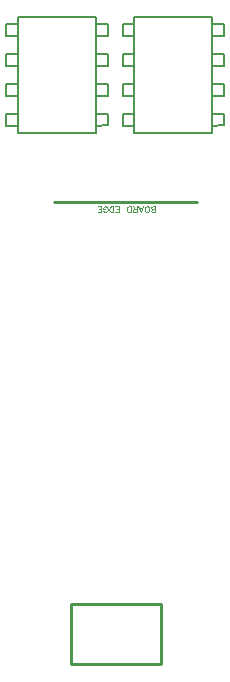
<source format=gbr>
G04 DipTrace 3.3.1.3*
G04 TopAssy.gbr*
%MOIN*%
G04 #@! TF.FileFunction,Drawing,Top*
G04 #@! TF.Part,Single*
%ADD10C,0.009843*%
%ADD22C,0.006*%
%ADD54C,0.003088*%
%FSLAX26Y26*%
G04*
G70*
G90*
G75*
G01*
G04 TopAssy*
%LPD*%
X1226822Y1921356D2*
D10*
X748081D1*
X1016896Y2476128D2*
D22*
Y2516118D1*
X977892D1*
Y2476128D1*
X1016896D1*
Y2376116D2*
Y2416105D1*
X977892D1*
Y2376116D1*
X1016896D1*
Y2276142D2*
Y2316131D1*
X977892D1*
Y2276142D1*
X1016896D1*
Y2176129D2*
Y2216119D1*
X977892Y2215115D1*
Y2176129D1*
X1016896D1*
X1276881Y2216119D2*
Y2176129D1*
X1315885Y2177133D1*
Y2216119D1*
X1276881D1*
Y2316131D2*
Y2276142D1*
X1315885Y2277107D1*
Y2316131D1*
X1276881D1*
Y2416105D2*
Y2376116D1*
X1315885D1*
Y2416105D1*
X1276881D1*
Y2516118D2*
Y2476128D1*
X1315885D1*
Y2516118D1*
X1276881D1*
X1016896Y2153123D2*
X1276881D1*
Y2539123D1*
X1016896D1*
Y2153123D1*
X629407Y2476128D2*
Y2516118D1*
X590402D1*
Y2476128D1*
X629407D1*
Y2376116D2*
Y2416105D1*
X590402D1*
Y2376116D1*
X629407D1*
Y2276142D2*
Y2316131D1*
X590402D1*
Y2276142D1*
X629407D1*
Y2176129D2*
Y2216119D1*
X590402Y2215115D1*
Y2176129D1*
X629407D1*
X889391Y2216119D2*
Y2176129D1*
X928396Y2177133D1*
Y2216119D1*
X889391D1*
Y2316131D2*
Y2276142D1*
X928396Y2277107D1*
Y2316131D1*
X889391D1*
Y2416105D2*
Y2376116D1*
X928396D1*
Y2416105D1*
X889391D1*
Y2516118D2*
Y2476128D1*
X928396D1*
Y2516118D1*
X889391D1*
X629407Y2153123D2*
X889391D1*
Y2539123D1*
X629407D1*
Y2153123D1*
X806192Y581143D2*
D10*
X1106213D1*
Y381201D1*
X806192D1*
Y581143D1*
X1086874Y1887984D2*
D54*
Y1908080D1*
X1078252D1*
X1075378Y1907108D1*
X1074427Y1906157D1*
X1073476Y1904256D1*
Y1901382D1*
X1074427Y1899458D1*
X1075378Y1898508D1*
X1078252Y1897557D1*
X1075378Y1896584D1*
X1074427Y1895634D1*
X1073476Y1893732D1*
Y1891809D1*
X1074427Y1889908D1*
X1075378Y1888935D1*
X1078252Y1887984D1*
X1086874D1*
Y1897557D2*
X1078252D1*
X1061553Y1887984D2*
X1063476Y1888935D1*
X1065377Y1890858D1*
X1066350Y1892760D1*
X1067301Y1895634D1*
Y1900431D1*
X1066350Y1903283D1*
X1065377Y1905206D1*
X1063476Y1907108D1*
X1061553Y1908080D1*
X1057728D1*
X1055827Y1907108D1*
X1053903Y1905206D1*
X1052953Y1903283D1*
X1052002Y1900431D1*
Y1895634D1*
X1052953Y1892760D1*
X1053903Y1890858D1*
X1055827Y1888935D1*
X1057728Y1887984D1*
X1061553D1*
X1030506Y1908080D2*
X1038177Y1887984D1*
X1045826Y1908080D1*
X1042952Y1901382D2*
X1033380D1*
X1024330Y1897557D2*
X1015730D1*
X1012856Y1896584D1*
X1011883Y1895634D1*
X1010933Y1893732D1*
Y1891809D1*
X1011883Y1889908D1*
X1012856Y1888935D1*
X1015730Y1887984D1*
X1024330D1*
Y1908080D1*
X1017631Y1897557D2*
X1010933Y1908080D1*
X1004757Y1887984D2*
Y1908080D1*
X998058D1*
X995184Y1907108D1*
X993261Y1905206D1*
X992310Y1903283D1*
X991360Y1900431D1*
Y1895634D1*
X992310Y1892760D1*
X993261Y1890858D1*
X995184Y1888935D1*
X998058Y1887984D1*
X1004757D1*
X953319D2*
X965744D1*
Y1908080D1*
X953319D1*
X965744Y1897557D2*
X958094D1*
X947143Y1887984D2*
Y1908080D1*
X940445D1*
X937571Y1907108D1*
X935647Y1905206D1*
X934697Y1903283D1*
X933746Y1900431D1*
Y1895634D1*
X934697Y1892760D1*
X935647Y1890858D1*
X937571Y1888935D1*
X940445Y1887984D1*
X947143D1*
X913222Y1892760D2*
X914173Y1890858D1*
X916096Y1888935D1*
X917998Y1887984D1*
X921822D1*
X923746Y1888935D1*
X925647Y1890858D1*
X926620Y1892760D1*
X927570Y1895634D1*
Y1900431D1*
X926620Y1903283D1*
X925647Y1905206D1*
X923746Y1907108D1*
X921822Y1908080D1*
X917998D1*
X916096Y1907108D1*
X914173Y1905206D1*
X913222Y1903283D1*
Y1900431D1*
X917998D1*
X894622Y1887984D2*
X907047D1*
Y1908080D1*
X894622D1*
X907047Y1897557D2*
X899397D1*
M02*

</source>
